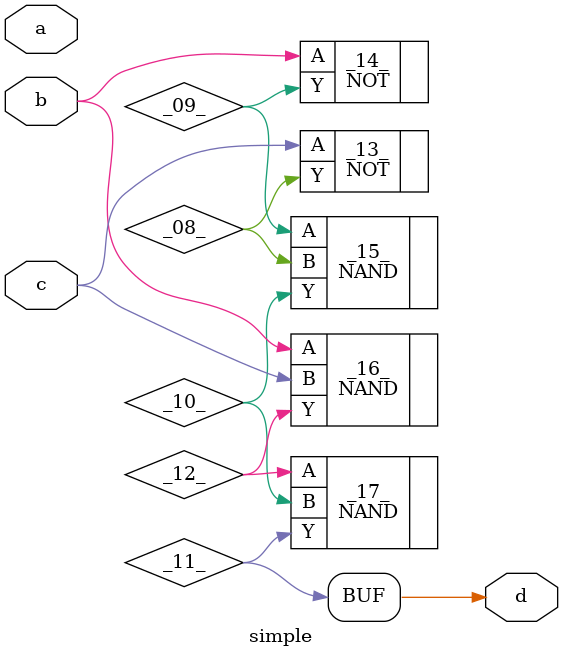
<source format=v>
/* Generated by Yosys 0.7 (git sha1 61f6811, i686-w64-mingw32.static-gcc 4.9.3 -Os) */

(* top =  1  *)
(* src = "simple.v:1" *)
module simple(a, b, c, d);
  wire _00_;
  wire _01_;
  wire _02_;
  wire _03_;
  wire _04_;
  wire _05_;
  wire _06_;
  wire _07_;
  wire _08_;
  wire _09_;
  wire _10_;
  wire _11_;
  wire _12_;
  (* src = "simple.v:2" *)
  input a;
  (* src = "simple.v:2" *)
  input b;
  (* src = "simple.v:2" *)
  input c;
  (* src = "simple.v:3" *)
  output d;
  NOT _13_ (
    .A(_05_),
    .Y(_08_)
  );
  NOT _14_ (
    .A(_06_),
    .Y(_09_)
  );
  NAND _15_ (
    .A(_09_),
    .B(_08_),
    .Y(_10_)
  );
  NAND _16_ (
    .A(_06_),
    .B(_05_),
    .Y(_12_)
  );
  NAND _17_ (
    .A(_12_),
    .B(_10_),
    .Y(_11_)
  );
  assign _05_ = c;
  assign _06_ = b;
  assign _07_ = a;
  assign d = _11_;
endmodule

</source>
